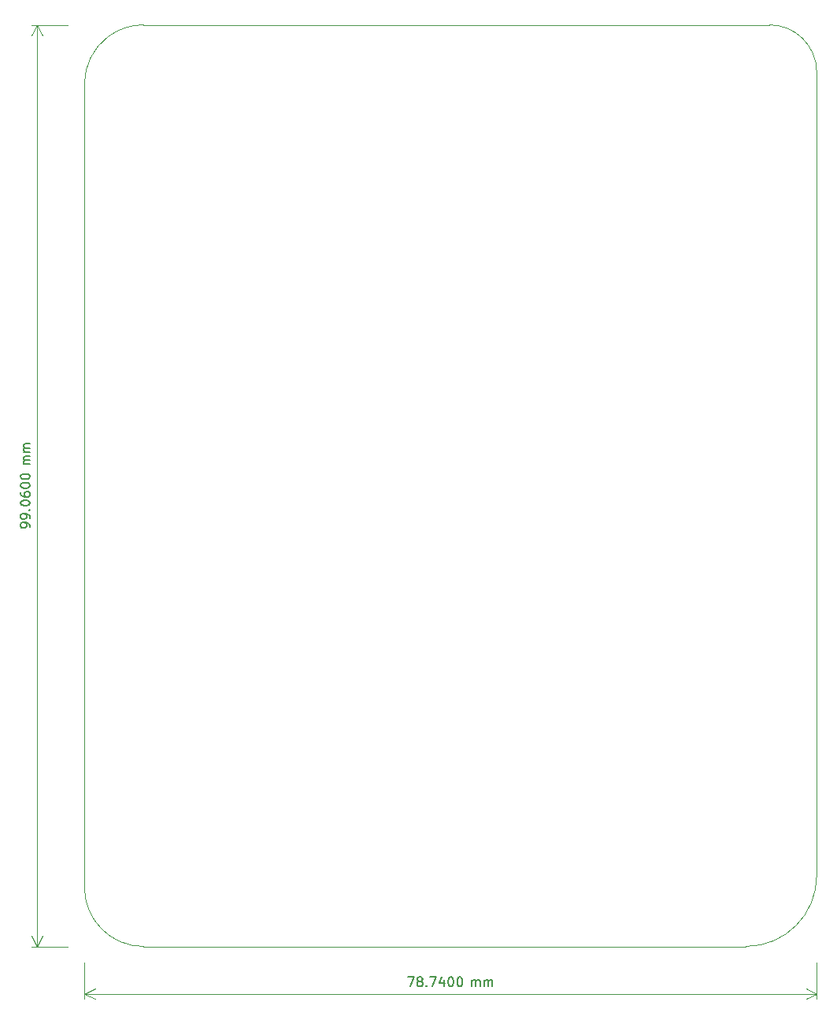
<source format=gbr>
%TF.GenerationSoftware,KiCad,Pcbnew,(7.0.0)*%
%TF.CreationDate,2023-04-20T13:01:05-06:00*%
%TF.ProjectId,Phase_B_ATMEGA_v3,50686173-655f-4425-9f41-544d4547415f,rev?*%
%TF.SameCoordinates,Original*%
%TF.FileFunction,Profile,NP*%
%FSLAX46Y46*%
G04 Gerber Fmt 4.6, Leading zero omitted, Abs format (unit mm)*
G04 Created by KiCad (PCBNEW (7.0.0)) date 2023-04-20 13:01:05*
%MOMM*%
%LPD*%
G01*
G04 APERTURE LIST*
%TA.AperFunction,Profile*%
%ADD10C,0.100000*%
%TD*%
%ADD11C,0.150000*%
G04 APERTURE END LIST*
D10*
X107950000Y-147320000D02*
G75*
G03*
X114300000Y-153670000I6350000J0D01*
G01*
X114300000Y-54610000D02*
G75*
G03*
X110490000Y-55880000I0J-6350000D01*
G01*
X114300000Y-54610000D02*
X181610000Y-54610000D01*
X186690000Y-146050000D02*
X186690000Y-59690000D01*
X186690000Y-59690000D02*
G75*
G03*
X181610000Y-54610000I-5080000J0D01*
G01*
X179070000Y-153670000D02*
G75*
G03*
X186690000Y-146050000I0J7620000D01*
G01*
X110490000Y-55880000D02*
G75*
G03*
X107950000Y-60960000I3810000J-5080000D01*
G01*
X107950000Y-60960000D02*
X107950000Y-147320000D01*
X114300000Y-153670000D02*
X179070000Y-153670000D01*
D11*
X142734286Y-156967379D02*
X143400952Y-156967379D01*
X143400952Y-156967379D02*
X142972381Y-157967379D01*
X143924762Y-157395951D02*
X143829524Y-157348332D01*
X143829524Y-157348332D02*
X143781905Y-157300713D01*
X143781905Y-157300713D02*
X143734286Y-157205475D01*
X143734286Y-157205475D02*
X143734286Y-157157856D01*
X143734286Y-157157856D02*
X143781905Y-157062618D01*
X143781905Y-157062618D02*
X143829524Y-157014999D01*
X143829524Y-157014999D02*
X143924762Y-156967379D01*
X143924762Y-156967379D02*
X144115238Y-156967379D01*
X144115238Y-156967379D02*
X144210476Y-157014999D01*
X144210476Y-157014999D02*
X144258095Y-157062618D01*
X144258095Y-157062618D02*
X144305714Y-157157856D01*
X144305714Y-157157856D02*
X144305714Y-157205475D01*
X144305714Y-157205475D02*
X144258095Y-157300713D01*
X144258095Y-157300713D02*
X144210476Y-157348332D01*
X144210476Y-157348332D02*
X144115238Y-157395951D01*
X144115238Y-157395951D02*
X143924762Y-157395951D01*
X143924762Y-157395951D02*
X143829524Y-157443570D01*
X143829524Y-157443570D02*
X143781905Y-157491189D01*
X143781905Y-157491189D02*
X143734286Y-157586427D01*
X143734286Y-157586427D02*
X143734286Y-157776903D01*
X143734286Y-157776903D02*
X143781905Y-157872141D01*
X143781905Y-157872141D02*
X143829524Y-157919760D01*
X143829524Y-157919760D02*
X143924762Y-157967379D01*
X143924762Y-157967379D02*
X144115238Y-157967379D01*
X144115238Y-157967379D02*
X144210476Y-157919760D01*
X144210476Y-157919760D02*
X144258095Y-157872141D01*
X144258095Y-157872141D02*
X144305714Y-157776903D01*
X144305714Y-157776903D02*
X144305714Y-157586427D01*
X144305714Y-157586427D02*
X144258095Y-157491189D01*
X144258095Y-157491189D02*
X144210476Y-157443570D01*
X144210476Y-157443570D02*
X144115238Y-157395951D01*
X144734286Y-157872141D02*
X144781905Y-157919760D01*
X144781905Y-157919760D02*
X144734286Y-157967379D01*
X144734286Y-157967379D02*
X144686667Y-157919760D01*
X144686667Y-157919760D02*
X144734286Y-157872141D01*
X144734286Y-157872141D02*
X144734286Y-157967379D01*
X145115238Y-156967379D02*
X145781904Y-156967379D01*
X145781904Y-156967379D02*
X145353333Y-157967379D01*
X146591428Y-157300713D02*
X146591428Y-157967379D01*
X146353333Y-156919760D02*
X146115238Y-157634046D01*
X146115238Y-157634046D02*
X146734285Y-157634046D01*
X147305714Y-156967379D02*
X147400952Y-156967379D01*
X147400952Y-156967379D02*
X147496190Y-157014999D01*
X147496190Y-157014999D02*
X147543809Y-157062618D01*
X147543809Y-157062618D02*
X147591428Y-157157856D01*
X147591428Y-157157856D02*
X147639047Y-157348332D01*
X147639047Y-157348332D02*
X147639047Y-157586427D01*
X147639047Y-157586427D02*
X147591428Y-157776903D01*
X147591428Y-157776903D02*
X147543809Y-157872141D01*
X147543809Y-157872141D02*
X147496190Y-157919760D01*
X147496190Y-157919760D02*
X147400952Y-157967379D01*
X147400952Y-157967379D02*
X147305714Y-157967379D01*
X147305714Y-157967379D02*
X147210476Y-157919760D01*
X147210476Y-157919760D02*
X147162857Y-157872141D01*
X147162857Y-157872141D02*
X147115238Y-157776903D01*
X147115238Y-157776903D02*
X147067619Y-157586427D01*
X147067619Y-157586427D02*
X147067619Y-157348332D01*
X147067619Y-157348332D02*
X147115238Y-157157856D01*
X147115238Y-157157856D02*
X147162857Y-157062618D01*
X147162857Y-157062618D02*
X147210476Y-157014999D01*
X147210476Y-157014999D02*
X147305714Y-156967379D01*
X148258095Y-156967379D02*
X148353333Y-156967379D01*
X148353333Y-156967379D02*
X148448571Y-157014999D01*
X148448571Y-157014999D02*
X148496190Y-157062618D01*
X148496190Y-157062618D02*
X148543809Y-157157856D01*
X148543809Y-157157856D02*
X148591428Y-157348332D01*
X148591428Y-157348332D02*
X148591428Y-157586427D01*
X148591428Y-157586427D02*
X148543809Y-157776903D01*
X148543809Y-157776903D02*
X148496190Y-157872141D01*
X148496190Y-157872141D02*
X148448571Y-157919760D01*
X148448571Y-157919760D02*
X148353333Y-157967379D01*
X148353333Y-157967379D02*
X148258095Y-157967379D01*
X148258095Y-157967379D02*
X148162857Y-157919760D01*
X148162857Y-157919760D02*
X148115238Y-157872141D01*
X148115238Y-157872141D02*
X148067619Y-157776903D01*
X148067619Y-157776903D02*
X148020000Y-157586427D01*
X148020000Y-157586427D02*
X148020000Y-157348332D01*
X148020000Y-157348332D02*
X148067619Y-157157856D01*
X148067619Y-157157856D02*
X148115238Y-157062618D01*
X148115238Y-157062618D02*
X148162857Y-157014999D01*
X148162857Y-157014999D02*
X148258095Y-156967379D01*
X149620000Y-157967379D02*
X149620000Y-157300713D01*
X149620000Y-157395951D02*
X149667619Y-157348332D01*
X149667619Y-157348332D02*
X149762857Y-157300713D01*
X149762857Y-157300713D02*
X149905714Y-157300713D01*
X149905714Y-157300713D02*
X150000952Y-157348332D01*
X150000952Y-157348332D02*
X150048571Y-157443570D01*
X150048571Y-157443570D02*
X150048571Y-157967379D01*
X150048571Y-157443570D02*
X150096190Y-157348332D01*
X150096190Y-157348332D02*
X150191428Y-157300713D01*
X150191428Y-157300713D02*
X150334285Y-157300713D01*
X150334285Y-157300713D02*
X150429524Y-157348332D01*
X150429524Y-157348332D02*
X150477143Y-157443570D01*
X150477143Y-157443570D02*
X150477143Y-157967379D01*
X150953333Y-157967379D02*
X150953333Y-157300713D01*
X150953333Y-157395951D02*
X151000952Y-157348332D01*
X151000952Y-157348332D02*
X151096190Y-157300713D01*
X151096190Y-157300713D02*
X151239047Y-157300713D01*
X151239047Y-157300713D02*
X151334285Y-157348332D01*
X151334285Y-157348332D02*
X151381904Y-157443570D01*
X151381904Y-157443570D02*
X151381904Y-157967379D01*
X151381904Y-157443570D02*
X151429523Y-157348332D01*
X151429523Y-157348332D02*
X151524761Y-157300713D01*
X151524761Y-157300713D02*
X151667618Y-157300713D01*
X151667618Y-157300713D02*
X151762857Y-157348332D01*
X151762857Y-157348332D02*
X151810476Y-157443570D01*
X151810476Y-157443570D02*
X151810476Y-157967379D01*
D10*
X107950000Y-155440000D02*
X107950000Y-159336419D01*
X186690000Y-155440000D02*
X186690000Y-159336419D01*
X107950000Y-158749999D02*
X186690000Y-158749999D01*
X107950000Y-158749999D02*
X186690000Y-158749999D01*
X107950000Y-158749999D02*
X109076504Y-158163578D01*
X107950000Y-158749999D02*
X109076504Y-159336420D01*
X186690000Y-158749999D02*
X185563496Y-159336420D01*
X186690000Y-158749999D02*
X185563496Y-158163578D01*
D11*
X102087380Y-108582856D02*
X102087380Y-108392380D01*
X102087380Y-108392380D02*
X102039761Y-108297142D01*
X102039761Y-108297142D02*
X101992142Y-108249523D01*
X101992142Y-108249523D02*
X101849285Y-108154285D01*
X101849285Y-108154285D02*
X101658809Y-108106666D01*
X101658809Y-108106666D02*
X101277857Y-108106666D01*
X101277857Y-108106666D02*
X101182619Y-108154285D01*
X101182619Y-108154285D02*
X101135000Y-108201904D01*
X101135000Y-108201904D02*
X101087380Y-108297142D01*
X101087380Y-108297142D02*
X101087380Y-108487618D01*
X101087380Y-108487618D02*
X101135000Y-108582856D01*
X101135000Y-108582856D02*
X101182619Y-108630475D01*
X101182619Y-108630475D02*
X101277857Y-108678094D01*
X101277857Y-108678094D02*
X101515952Y-108678094D01*
X101515952Y-108678094D02*
X101611190Y-108630475D01*
X101611190Y-108630475D02*
X101658809Y-108582856D01*
X101658809Y-108582856D02*
X101706428Y-108487618D01*
X101706428Y-108487618D02*
X101706428Y-108297142D01*
X101706428Y-108297142D02*
X101658809Y-108201904D01*
X101658809Y-108201904D02*
X101611190Y-108154285D01*
X101611190Y-108154285D02*
X101515952Y-108106666D01*
X102087380Y-107630475D02*
X102087380Y-107439999D01*
X102087380Y-107439999D02*
X102039761Y-107344761D01*
X102039761Y-107344761D02*
X101992142Y-107297142D01*
X101992142Y-107297142D02*
X101849285Y-107201904D01*
X101849285Y-107201904D02*
X101658809Y-107154285D01*
X101658809Y-107154285D02*
X101277857Y-107154285D01*
X101277857Y-107154285D02*
X101182619Y-107201904D01*
X101182619Y-107201904D02*
X101135000Y-107249523D01*
X101135000Y-107249523D02*
X101087380Y-107344761D01*
X101087380Y-107344761D02*
X101087380Y-107535237D01*
X101087380Y-107535237D02*
X101135000Y-107630475D01*
X101135000Y-107630475D02*
X101182619Y-107678094D01*
X101182619Y-107678094D02*
X101277857Y-107725713D01*
X101277857Y-107725713D02*
X101515952Y-107725713D01*
X101515952Y-107725713D02*
X101611190Y-107678094D01*
X101611190Y-107678094D02*
X101658809Y-107630475D01*
X101658809Y-107630475D02*
X101706428Y-107535237D01*
X101706428Y-107535237D02*
X101706428Y-107344761D01*
X101706428Y-107344761D02*
X101658809Y-107249523D01*
X101658809Y-107249523D02*
X101611190Y-107201904D01*
X101611190Y-107201904D02*
X101515952Y-107154285D01*
X101992142Y-106725713D02*
X102039761Y-106678094D01*
X102039761Y-106678094D02*
X102087380Y-106725713D01*
X102087380Y-106725713D02*
X102039761Y-106773332D01*
X102039761Y-106773332D02*
X101992142Y-106725713D01*
X101992142Y-106725713D02*
X102087380Y-106725713D01*
X101087380Y-106059047D02*
X101087380Y-105963809D01*
X101087380Y-105963809D02*
X101135000Y-105868571D01*
X101135000Y-105868571D02*
X101182619Y-105820952D01*
X101182619Y-105820952D02*
X101277857Y-105773333D01*
X101277857Y-105773333D02*
X101468333Y-105725714D01*
X101468333Y-105725714D02*
X101706428Y-105725714D01*
X101706428Y-105725714D02*
X101896904Y-105773333D01*
X101896904Y-105773333D02*
X101992142Y-105820952D01*
X101992142Y-105820952D02*
X102039761Y-105868571D01*
X102039761Y-105868571D02*
X102087380Y-105963809D01*
X102087380Y-105963809D02*
X102087380Y-106059047D01*
X102087380Y-106059047D02*
X102039761Y-106154285D01*
X102039761Y-106154285D02*
X101992142Y-106201904D01*
X101992142Y-106201904D02*
X101896904Y-106249523D01*
X101896904Y-106249523D02*
X101706428Y-106297142D01*
X101706428Y-106297142D02*
X101468333Y-106297142D01*
X101468333Y-106297142D02*
X101277857Y-106249523D01*
X101277857Y-106249523D02*
X101182619Y-106201904D01*
X101182619Y-106201904D02*
X101135000Y-106154285D01*
X101135000Y-106154285D02*
X101087380Y-106059047D01*
X101087380Y-104868571D02*
X101087380Y-105059047D01*
X101087380Y-105059047D02*
X101135000Y-105154285D01*
X101135000Y-105154285D02*
X101182619Y-105201904D01*
X101182619Y-105201904D02*
X101325476Y-105297142D01*
X101325476Y-105297142D02*
X101515952Y-105344761D01*
X101515952Y-105344761D02*
X101896904Y-105344761D01*
X101896904Y-105344761D02*
X101992142Y-105297142D01*
X101992142Y-105297142D02*
X102039761Y-105249523D01*
X102039761Y-105249523D02*
X102087380Y-105154285D01*
X102087380Y-105154285D02*
X102087380Y-104963809D01*
X102087380Y-104963809D02*
X102039761Y-104868571D01*
X102039761Y-104868571D02*
X101992142Y-104820952D01*
X101992142Y-104820952D02*
X101896904Y-104773333D01*
X101896904Y-104773333D02*
X101658809Y-104773333D01*
X101658809Y-104773333D02*
X101563571Y-104820952D01*
X101563571Y-104820952D02*
X101515952Y-104868571D01*
X101515952Y-104868571D02*
X101468333Y-104963809D01*
X101468333Y-104963809D02*
X101468333Y-105154285D01*
X101468333Y-105154285D02*
X101515952Y-105249523D01*
X101515952Y-105249523D02*
X101563571Y-105297142D01*
X101563571Y-105297142D02*
X101658809Y-105344761D01*
X101087380Y-104154285D02*
X101087380Y-104059047D01*
X101087380Y-104059047D02*
X101135000Y-103963809D01*
X101135000Y-103963809D02*
X101182619Y-103916190D01*
X101182619Y-103916190D02*
X101277857Y-103868571D01*
X101277857Y-103868571D02*
X101468333Y-103820952D01*
X101468333Y-103820952D02*
X101706428Y-103820952D01*
X101706428Y-103820952D02*
X101896904Y-103868571D01*
X101896904Y-103868571D02*
X101992142Y-103916190D01*
X101992142Y-103916190D02*
X102039761Y-103963809D01*
X102039761Y-103963809D02*
X102087380Y-104059047D01*
X102087380Y-104059047D02*
X102087380Y-104154285D01*
X102087380Y-104154285D02*
X102039761Y-104249523D01*
X102039761Y-104249523D02*
X101992142Y-104297142D01*
X101992142Y-104297142D02*
X101896904Y-104344761D01*
X101896904Y-104344761D02*
X101706428Y-104392380D01*
X101706428Y-104392380D02*
X101468333Y-104392380D01*
X101468333Y-104392380D02*
X101277857Y-104344761D01*
X101277857Y-104344761D02*
X101182619Y-104297142D01*
X101182619Y-104297142D02*
X101135000Y-104249523D01*
X101135000Y-104249523D02*
X101087380Y-104154285D01*
X101087380Y-103201904D02*
X101087380Y-103106666D01*
X101087380Y-103106666D02*
X101135000Y-103011428D01*
X101135000Y-103011428D02*
X101182619Y-102963809D01*
X101182619Y-102963809D02*
X101277857Y-102916190D01*
X101277857Y-102916190D02*
X101468333Y-102868571D01*
X101468333Y-102868571D02*
X101706428Y-102868571D01*
X101706428Y-102868571D02*
X101896904Y-102916190D01*
X101896904Y-102916190D02*
X101992142Y-102963809D01*
X101992142Y-102963809D02*
X102039761Y-103011428D01*
X102039761Y-103011428D02*
X102087380Y-103106666D01*
X102087380Y-103106666D02*
X102087380Y-103201904D01*
X102087380Y-103201904D02*
X102039761Y-103297142D01*
X102039761Y-103297142D02*
X101992142Y-103344761D01*
X101992142Y-103344761D02*
X101896904Y-103392380D01*
X101896904Y-103392380D02*
X101706428Y-103439999D01*
X101706428Y-103439999D02*
X101468333Y-103439999D01*
X101468333Y-103439999D02*
X101277857Y-103392380D01*
X101277857Y-103392380D02*
X101182619Y-103344761D01*
X101182619Y-103344761D02*
X101135000Y-103297142D01*
X101135000Y-103297142D02*
X101087380Y-103201904D01*
X102087380Y-101839999D02*
X101420714Y-101839999D01*
X101515952Y-101839999D02*
X101468333Y-101792380D01*
X101468333Y-101792380D02*
X101420714Y-101697142D01*
X101420714Y-101697142D02*
X101420714Y-101554285D01*
X101420714Y-101554285D02*
X101468333Y-101459047D01*
X101468333Y-101459047D02*
X101563571Y-101411428D01*
X101563571Y-101411428D02*
X102087380Y-101411428D01*
X101563571Y-101411428D02*
X101468333Y-101363809D01*
X101468333Y-101363809D02*
X101420714Y-101268571D01*
X101420714Y-101268571D02*
X101420714Y-101125714D01*
X101420714Y-101125714D02*
X101468333Y-101030475D01*
X101468333Y-101030475D02*
X101563571Y-100982856D01*
X101563571Y-100982856D02*
X102087380Y-100982856D01*
X102087380Y-100506666D02*
X101420714Y-100506666D01*
X101515952Y-100506666D02*
X101468333Y-100459047D01*
X101468333Y-100459047D02*
X101420714Y-100363809D01*
X101420714Y-100363809D02*
X101420714Y-100220952D01*
X101420714Y-100220952D02*
X101468333Y-100125714D01*
X101468333Y-100125714D02*
X101563571Y-100078095D01*
X101563571Y-100078095D02*
X102087380Y-100078095D01*
X101563571Y-100078095D02*
X101468333Y-100030476D01*
X101468333Y-100030476D02*
X101420714Y-99935238D01*
X101420714Y-99935238D02*
X101420714Y-99792381D01*
X101420714Y-99792381D02*
X101468333Y-99697142D01*
X101468333Y-99697142D02*
X101563571Y-99649523D01*
X101563571Y-99649523D02*
X102087380Y-99649523D01*
D10*
X106180000Y-153670000D02*
X102283580Y-153670000D01*
X106180000Y-54610000D02*
X102283580Y-54610000D01*
X102870000Y-153670000D02*
X102870000Y-54610000D01*
X102870000Y-153670000D02*
X102870000Y-54610000D01*
X102870000Y-153670000D02*
X102283579Y-152543496D01*
X102870000Y-153670000D02*
X103456421Y-152543496D01*
X102870000Y-54610000D02*
X103456421Y-55736504D01*
X102870000Y-54610000D02*
X102283579Y-55736504D01*
M02*

</source>
